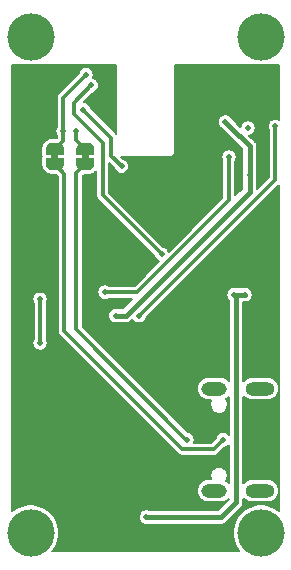
<source format=gbr>
G04 #@! TF.GenerationSoftware,KiCad,Pcbnew,(5.1.5-0-10_14)*
G04 #@! TF.CreationDate,2020-09-25T15:56:19+02:00*
G04 #@! TF.ProjectId,s1-popout-board,73312d70-6f70-46f7-9574-2d626f617264,2*
G04 #@! TF.SameCoordinates,Original*
G04 #@! TF.FileFunction,Copper,L2,Bot*
G04 #@! TF.FilePolarity,Positive*
%FSLAX46Y46*%
G04 Gerber Fmt 4.6, Leading zero omitted, Abs format (unit mm)*
G04 Created by KiCad (PCBNEW (5.1.5-0-10_14)) date 2020-09-25 15:56:19*
%MOMM*%
%LPD*%
G04 APERTURE LIST*
%ADD10C,0.100000*%
%ADD11O,2.158000X1.158000*%
%ADD12O,2.458000X1.158000*%
%ADD13C,4.000000*%
%ADD14C,0.500000*%
%ADD15C,0.300000*%
%ADD16C,0.450000*%
%ADD17C,0.200000*%
G04 APERTURE END LIST*
D10*
G36*
X99560000Y-53810000D02*
G01*
X99560000Y-54310000D01*
X98960000Y-54310000D01*
X98960000Y-53810000D01*
X99560000Y-53810000D01*
G37*
G36*
X102130000Y-53810000D02*
G01*
X102130000Y-54310000D01*
X101530000Y-54310000D01*
X101530000Y-53810000D01*
X102130000Y-53810000D01*
G37*
G04 #@! TA.AperFunction,SMDPad,CuDef*
G36*
X100010000Y-54210000D02*
G01*
X100010000Y-54710000D01*
X100009398Y-54710000D01*
X100009398Y-54734534D01*
X100004588Y-54783365D01*
X99995016Y-54831490D01*
X99980772Y-54878445D01*
X99961995Y-54923778D01*
X99938864Y-54967051D01*
X99911604Y-55007850D01*
X99880476Y-55045779D01*
X99845779Y-55080476D01*
X99807850Y-55111604D01*
X99767051Y-55138864D01*
X99723778Y-55161995D01*
X99678445Y-55180772D01*
X99631490Y-55195016D01*
X99583365Y-55204588D01*
X99534534Y-55209398D01*
X99510000Y-55209398D01*
X99510000Y-55210000D01*
X99010000Y-55210000D01*
X99010000Y-55209398D01*
X98985466Y-55209398D01*
X98936635Y-55204588D01*
X98888510Y-55195016D01*
X98841555Y-55180772D01*
X98796222Y-55161995D01*
X98752949Y-55138864D01*
X98712150Y-55111604D01*
X98674221Y-55080476D01*
X98639524Y-55045779D01*
X98608396Y-55007850D01*
X98581136Y-54967051D01*
X98558005Y-54923778D01*
X98539228Y-54878445D01*
X98524984Y-54831490D01*
X98515412Y-54783365D01*
X98510602Y-54734534D01*
X98510602Y-54710000D01*
X98510000Y-54710000D01*
X98510000Y-54210000D01*
X100010000Y-54210000D01*
G37*
G04 #@! TD.AperFunction*
G04 #@! TA.AperFunction,SMDPad,CuDef*
G36*
X98510602Y-53410000D02*
G01*
X98510602Y-53385466D01*
X98515412Y-53336635D01*
X98524984Y-53288510D01*
X98539228Y-53241555D01*
X98558005Y-53196222D01*
X98581136Y-53152949D01*
X98608396Y-53112150D01*
X98639524Y-53074221D01*
X98674221Y-53039524D01*
X98712150Y-53008396D01*
X98752949Y-52981136D01*
X98796222Y-52958005D01*
X98841555Y-52939228D01*
X98888510Y-52924984D01*
X98936635Y-52915412D01*
X98985466Y-52910602D01*
X99010000Y-52910602D01*
X99010000Y-52910000D01*
X99510000Y-52910000D01*
X99510000Y-52910602D01*
X99534534Y-52910602D01*
X99583365Y-52915412D01*
X99631490Y-52924984D01*
X99678445Y-52939228D01*
X99723778Y-52958005D01*
X99767051Y-52981136D01*
X99807850Y-53008396D01*
X99845779Y-53039524D01*
X99880476Y-53074221D01*
X99911604Y-53112150D01*
X99938864Y-53152949D01*
X99961995Y-53196222D01*
X99980772Y-53241555D01*
X99995016Y-53288510D01*
X100004588Y-53336635D01*
X100009398Y-53385466D01*
X100009398Y-53410000D01*
X100010000Y-53410000D01*
X100010000Y-53910000D01*
X98510000Y-53910000D01*
X98510000Y-53410000D01*
X98510602Y-53410000D01*
G37*
G04 #@! TD.AperFunction*
G04 #@! TA.AperFunction,SMDPad,CuDef*
G36*
X102580000Y-54210000D02*
G01*
X102580000Y-54710000D01*
X102579398Y-54710000D01*
X102579398Y-54734534D01*
X102574588Y-54783365D01*
X102565016Y-54831490D01*
X102550772Y-54878445D01*
X102531995Y-54923778D01*
X102508864Y-54967051D01*
X102481604Y-55007850D01*
X102450476Y-55045779D01*
X102415779Y-55080476D01*
X102377850Y-55111604D01*
X102337051Y-55138864D01*
X102293778Y-55161995D01*
X102248445Y-55180772D01*
X102201490Y-55195016D01*
X102153365Y-55204588D01*
X102104534Y-55209398D01*
X102080000Y-55209398D01*
X102080000Y-55210000D01*
X101580000Y-55210000D01*
X101580000Y-55209398D01*
X101555466Y-55209398D01*
X101506635Y-55204588D01*
X101458510Y-55195016D01*
X101411555Y-55180772D01*
X101366222Y-55161995D01*
X101322949Y-55138864D01*
X101282150Y-55111604D01*
X101244221Y-55080476D01*
X101209524Y-55045779D01*
X101178396Y-55007850D01*
X101151136Y-54967051D01*
X101128005Y-54923778D01*
X101109228Y-54878445D01*
X101094984Y-54831490D01*
X101085412Y-54783365D01*
X101080602Y-54734534D01*
X101080602Y-54710000D01*
X101080000Y-54710000D01*
X101080000Y-54210000D01*
X102580000Y-54210000D01*
G37*
G04 #@! TD.AperFunction*
G04 #@! TA.AperFunction,SMDPad,CuDef*
G36*
X101080602Y-53410000D02*
G01*
X101080602Y-53385466D01*
X101085412Y-53336635D01*
X101094984Y-53288510D01*
X101109228Y-53241555D01*
X101128005Y-53196222D01*
X101151136Y-53152949D01*
X101178396Y-53112150D01*
X101209524Y-53074221D01*
X101244221Y-53039524D01*
X101282150Y-53008396D01*
X101322949Y-52981136D01*
X101366222Y-52958005D01*
X101411555Y-52939228D01*
X101458510Y-52924984D01*
X101506635Y-52915412D01*
X101555466Y-52910602D01*
X101580000Y-52910602D01*
X101580000Y-52910000D01*
X102080000Y-52910000D01*
X102080000Y-52910602D01*
X102104534Y-52910602D01*
X102153365Y-52915412D01*
X102201490Y-52924984D01*
X102248445Y-52939228D01*
X102293778Y-52958005D01*
X102337051Y-52981136D01*
X102377850Y-53008396D01*
X102415779Y-53039524D01*
X102450476Y-53074221D01*
X102481604Y-53112150D01*
X102508864Y-53152949D01*
X102531995Y-53196222D01*
X102550772Y-53241555D01*
X102565016Y-53288510D01*
X102574588Y-53336635D01*
X102579398Y-53385466D01*
X102579398Y-53410000D01*
X102580000Y-53410000D01*
X102580000Y-53910000D01*
X101080000Y-53910000D01*
X101080000Y-53410000D01*
X101080602Y-53410000D01*
G37*
G04 #@! TD.AperFunction*
D11*
X112770999Y-73730399D03*
D12*
X116596000Y-73729999D03*
D11*
X112770999Y-82370002D03*
D12*
X116596000Y-82370002D03*
D13*
X97200000Y-43950000D03*
X116700000Y-43950000D03*
X116700000Y-85925000D03*
X97200000Y-85925000D03*
D14*
X115600000Y-51650000D03*
X102800000Y-46700000D03*
X112200000Y-46600000D03*
X117400000Y-46900000D03*
X114900000Y-46600000D03*
X117750000Y-49100000D03*
X117150000Y-62400000D03*
X117150000Y-64050000D03*
X113620000Y-61680000D03*
X117200000Y-67600000D03*
X117200000Y-69350000D03*
X112800000Y-69750000D03*
X112400000Y-66400000D03*
X102200000Y-75150000D03*
X108070000Y-71880000D03*
X106060000Y-71880000D03*
X102200000Y-73250000D03*
X97350000Y-76800000D03*
X97350000Y-79200000D03*
X96700000Y-72800000D03*
X96580000Y-65870000D03*
X96950000Y-60700000D03*
X97000000Y-55600000D03*
X97400000Y-51250000D03*
X106950000Y-57250000D03*
X106760000Y-59360000D03*
X109320000Y-60600000D03*
X104950000Y-63250000D03*
X105530000Y-79310000D03*
X100800000Y-79100000D03*
X117150000Y-80900000D03*
X117050000Y-78050000D03*
X117050000Y-75250000D03*
X113550000Y-86750000D03*
X107400000Y-86850000D03*
X101550000Y-86950000D03*
X96200000Y-83100000D03*
X101670000Y-82900000D03*
X104280000Y-82990000D03*
X110500000Y-81600000D03*
X113550000Y-79750000D03*
X113550000Y-76450000D03*
X96250000Y-46700000D03*
X99550000Y-46700000D03*
X110900000Y-50850000D03*
X108050000Y-78300000D03*
X108800000Y-79050000D03*
X104300000Y-75150000D03*
X104950000Y-61550000D03*
X108850000Y-67550000D03*
X112300000Y-72100000D03*
X110160000Y-74390000D03*
X99120000Y-52300000D03*
X115790000Y-59780000D03*
X117260000Y-53290000D03*
X98000000Y-69850000D03*
X98000000Y-66150000D03*
X101900000Y-47150000D03*
X99950000Y-51900000D03*
X101050000Y-51900000D03*
X102350000Y-48050000D03*
X108290000Y-62340000D03*
X107000000Y-84600000D03*
X114414998Y-65770000D03*
X115350000Y-65770000D03*
X115750000Y-55610002D03*
X104400000Y-67550000D03*
X113700000Y-51150000D03*
X114000000Y-54100000D03*
X103500000Y-65550000D03*
X106400000Y-67550000D03*
X117930000Y-51510004D03*
X101650000Y-50100000D03*
X104899992Y-54900000D03*
X113500000Y-78050000D03*
X110450000Y-78050000D03*
D15*
X98000000Y-69850000D02*
X98000000Y-66150000D01*
X99950000Y-49100000D02*
X99950000Y-51900000D01*
X101900000Y-47150000D02*
X99950000Y-49100000D01*
X99950000Y-52720000D02*
X99260000Y-53410000D01*
X99950000Y-51900000D02*
X99950000Y-52720000D01*
X101050000Y-52630000D02*
X101830000Y-53410000D01*
X101050000Y-51900000D02*
X101050000Y-52630000D01*
X100850000Y-49550000D02*
X102350000Y-48050000D01*
X100850000Y-50450000D02*
X100850000Y-49550000D01*
X103300000Y-52900000D02*
X100850000Y-50450000D01*
X103300000Y-57350000D02*
X103300000Y-52900000D01*
X108290000Y-62340000D02*
X103300000Y-57350000D01*
D16*
X114600000Y-83350000D02*
X114600000Y-65955002D01*
X113350000Y-84600000D02*
X114600000Y-83350000D01*
X114600000Y-65955002D02*
X114414998Y-65770000D01*
X107000000Y-84600000D02*
X113350000Y-84600000D01*
X114414998Y-65770000D02*
X115350000Y-65770000D01*
X115750000Y-56034266D02*
X115750000Y-55610002D01*
X115750000Y-57050000D02*
X115750000Y-56034266D01*
X105250000Y-67550000D02*
X115750000Y-57050000D01*
X104400000Y-67550000D02*
X105250000Y-67550000D01*
X115750000Y-55610002D02*
X115750000Y-53200000D01*
X113999999Y-51449999D02*
X113700000Y-51150000D01*
X115750000Y-53200000D02*
X113999999Y-51449999D01*
D15*
X114000000Y-57788004D02*
X106238004Y-65550000D01*
X103924264Y-65550000D02*
X103500000Y-65550000D01*
X114000000Y-54100000D02*
X114000000Y-57788004D01*
X106238004Y-65550000D02*
X103924264Y-65550000D01*
X106400000Y-67550000D02*
X117930000Y-56020000D01*
X117930000Y-56020000D02*
X117930000Y-51510004D01*
X104050000Y-52500000D02*
X104050000Y-54050008D01*
X104050000Y-54050008D02*
X104899992Y-54900000D01*
X101650000Y-50100000D02*
X104050000Y-52500000D01*
X100070000Y-55520000D02*
X99260000Y-54710000D01*
X100070000Y-68870000D02*
X100070000Y-55520000D01*
X110050000Y-78850000D02*
X100070000Y-68870000D01*
X112700000Y-78850000D02*
X110050000Y-78850000D01*
X113500000Y-78050000D02*
X112700000Y-78850000D01*
X110400000Y-78050000D02*
X110450000Y-78050000D01*
X101050000Y-68700000D02*
X110400000Y-78050000D01*
X101050000Y-55490000D02*
X101830000Y-54710000D01*
X101050000Y-68700000D02*
X101050000Y-55490000D01*
D17*
G36*
X96963621Y-46350000D02*
G01*
X97436379Y-46350000D01*
X97687748Y-46300000D01*
X104475000Y-46300000D01*
X104475001Y-52150896D01*
X104458013Y-52130196D01*
X104440790Y-52109210D01*
X104419804Y-52091987D01*
X102284159Y-49956342D01*
X102275021Y-49910402D01*
X102226022Y-49792110D01*
X102154888Y-49685649D01*
X102064351Y-49595112D01*
X101957890Y-49523978D01*
X101839598Y-49474979D01*
X101725528Y-49452289D01*
X102493659Y-48684159D01*
X102539598Y-48675021D01*
X102657890Y-48626022D01*
X102764351Y-48554888D01*
X102854888Y-48464351D01*
X102926022Y-48357890D01*
X102975021Y-48239598D01*
X103000000Y-48114019D01*
X103000000Y-47985981D01*
X102975021Y-47860402D01*
X102926022Y-47742110D01*
X102854888Y-47635649D01*
X102764351Y-47545112D01*
X102657890Y-47473978D01*
X102539598Y-47424979D01*
X102493456Y-47415801D01*
X102525021Y-47339598D01*
X102550000Y-47214019D01*
X102550000Y-47085981D01*
X102525021Y-46960402D01*
X102476022Y-46842110D01*
X102404888Y-46735649D01*
X102314351Y-46645112D01*
X102207890Y-46573978D01*
X102089598Y-46524979D01*
X101964019Y-46500000D01*
X101835981Y-46500000D01*
X101710402Y-46524979D01*
X101592110Y-46573978D01*
X101485649Y-46645112D01*
X101395112Y-46735649D01*
X101323978Y-46842110D01*
X101274979Y-46960402D01*
X101265841Y-47006341D01*
X99580196Y-48691987D01*
X99559210Y-48709210D01*
X99490479Y-48792958D01*
X99439408Y-48888507D01*
X99407958Y-48992182D01*
X99400000Y-49072983D01*
X99400000Y-49072992D01*
X99397340Y-49100000D01*
X99400000Y-49127008D01*
X99400001Y-51553163D01*
X99373978Y-51592110D01*
X99324979Y-51710402D01*
X99300000Y-51835981D01*
X99300000Y-51964019D01*
X99324979Y-52089598D01*
X99373978Y-52207890D01*
X99400000Y-52246835D01*
X99400000Y-52492182D01*
X99384117Y-52508065D01*
X99010000Y-52508065D01*
X98985551Y-52510473D01*
X98960991Y-52510473D01*
X98882578Y-52518196D01*
X98786445Y-52537318D01*
X98711046Y-52560190D01*
X98620490Y-52597699D01*
X98550999Y-52634842D01*
X98469500Y-52689298D01*
X98408592Y-52739284D01*
X98339284Y-52808592D01*
X98289298Y-52869500D01*
X98234842Y-52950999D01*
X98197699Y-53020490D01*
X98160190Y-53111046D01*
X98137318Y-53186445D01*
X98118196Y-53282578D01*
X98110473Y-53360991D01*
X98110473Y-53385551D01*
X98108065Y-53410000D01*
X98108065Y-53910000D01*
X98115788Y-53988414D01*
X98137503Y-54060000D01*
X98115788Y-54131586D01*
X98108065Y-54210000D01*
X98108065Y-54710000D01*
X98110473Y-54734449D01*
X98110473Y-54759009D01*
X98118196Y-54837422D01*
X98137318Y-54933555D01*
X98160190Y-55008954D01*
X98197699Y-55099510D01*
X98234842Y-55169001D01*
X98289298Y-55250500D01*
X98339284Y-55311408D01*
X98408592Y-55380716D01*
X98469500Y-55430702D01*
X98550999Y-55485158D01*
X98620490Y-55522301D01*
X98711046Y-55559810D01*
X98786445Y-55582682D01*
X98882578Y-55601804D01*
X98960991Y-55609527D01*
X98985551Y-55609527D01*
X99010000Y-55611935D01*
X99384117Y-55611935D01*
X99520001Y-55747819D01*
X99520000Y-68842992D01*
X99517340Y-68870000D01*
X99520000Y-68897008D01*
X99520000Y-68897017D01*
X99527958Y-68977818D01*
X99559408Y-69081493D01*
X99610479Y-69177042D01*
X99679210Y-69260790D01*
X99700196Y-69278013D01*
X109641992Y-79219810D01*
X109659210Y-79240790D01*
X109680190Y-79258008D01*
X109680195Y-79258013D01*
X109732097Y-79300607D01*
X109742958Y-79309521D01*
X109838506Y-79360592D01*
X109942181Y-79392042D01*
X110022982Y-79400000D01*
X110022991Y-79400000D01*
X110049999Y-79402660D01*
X110077007Y-79400000D01*
X112672992Y-79400000D01*
X112700000Y-79402660D01*
X112727008Y-79400000D01*
X112727018Y-79400000D01*
X112807819Y-79392042D01*
X112911494Y-79360592D01*
X113007042Y-79309521D01*
X113090790Y-79240790D01*
X113108013Y-79219804D01*
X113643659Y-78684159D01*
X113689598Y-78675021D01*
X113807890Y-78626022D01*
X113914351Y-78554888D01*
X113975000Y-78494239D01*
X113975000Y-81684625D01*
X113966605Y-81674396D01*
X113817533Y-81552055D01*
X113723921Y-81502018D01*
X113796487Y-81393416D01*
X113851139Y-81261475D01*
X113879000Y-81121406D01*
X113879000Y-80978594D01*
X113851139Y-80838525D01*
X113796487Y-80706584D01*
X113717144Y-80587839D01*
X113616161Y-80486856D01*
X113497416Y-80407513D01*
X113365475Y-80352861D01*
X113225406Y-80325000D01*
X113082594Y-80325000D01*
X112942525Y-80352861D01*
X112810584Y-80407513D01*
X112691839Y-80486856D01*
X112590856Y-80587839D01*
X112511513Y-80706584D01*
X112456861Y-80838525D01*
X112429000Y-80978594D01*
X112429000Y-81121406D01*
X112456861Y-81261475D01*
X112510513Y-81391002D01*
X112222913Y-81391002D01*
X112079082Y-81405168D01*
X111894540Y-81461148D01*
X111724465Y-81552055D01*
X111575393Y-81674396D01*
X111453052Y-81823468D01*
X111362145Y-81993543D01*
X111306165Y-82178085D01*
X111287263Y-82370002D01*
X111306165Y-82561919D01*
X111362145Y-82746461D01*
X111453052Y-82916536D01*
X111575393Y-83065608D01*
X111724465Y-83187949D01*
X111894540Y-83278856D01*
X112079082Y-83334836D01*
X112222913Y-83349002D01*
X113319085Y-83349002D01*
X113462916Y-83334836D01*
X113647458Y-83278856D01*
X113817533Y-83187949D01*
X113966605Y-83065608D01*
X113975000Y-83055379D01*
X113975000Y-83091117D01*
X113091118Y-83975000D01*
X107189649Y-83975000D01*
X107189598Y-83974979D01*
X107064019Y-83950000D01*
X106935981Y-83950000D01*
X106810402Y-83974979D01*
X106692110Y-84023978D01*
X106585649Y-84095112D01*
X106495112Y-84185649D01*
X106423978Y-84292110D01*
X106374979Y-84410402D01*
X106350000Y-84535981D01*
X106350000Y-84664019D01*
X106374979Y-84789598D01*
X106423978Y-84907890D01*
X106495112Y-85014351D01*
X106585649Y-85104888D01*
X106692110Y-85176022D01*
X106810402Y-85225021D01*
X106935981Y-85250000D01*
X107064019Y-85250000D01*
X107189598Y-85225021D01*
X107189649Y-85225000D01*
X113319306Y-85225000D01*
X113350000Y-85228023D01*
X113380694Y-85225000D01*
X113380704Y-85225000D01*
X113472521Y-85215957D01*
X113590334Y-85180219D01*
X113698911Y-85122183D01*
X113794080Y-85044080D01*
X113813658Y-85020224D01*
X115020230Y-83813653D01*
X115044080Y-83794080D01*
X115122183Y-83698911D01*
X115180219Y-83590334D01*
X115215957Y-83472521D01*
X115225000Y-83380704D01*
X115225000Y-83380694D01*
X115228023Y-83350000D01*
X115225000Y-83319306D01*
X115225000Y-83034666D01*
X115250394Y-83065608D01*
X115399466Y-83187949D01*
X115569541Y-83278856D01*
X115754083Y-83334836D01*
X115897914Y-83349002D01*
X117294086Y-83349002D01*
X117437917Y-83334836D01*
X117622459Y-83278856D01*
X117792534Y-83187949D01*
X117941606Y-83065608D01*
X118063947Y-82916536D01*
X118154854Y-82746461D01*
X118210834Y-82561919D01*
X118229736Y-82370002D01*
X118210834Y-82178085D01*
X118154854Y-81993543D01*
X118063947Y-81823468D01*
X117941606Y-81674396D01*
X117792534Y-81552055D01*
X117622459Y-81461148D01*
X117437917Y-81405168D01*
X117294086Y-81391002D01*
X115897914Y-81391002D01*
X115754083Y-81405168D01*
X115569541Y-81461148D01*
X115399466Y-81552055D01*
X115250394Y-81674396D01*
X115225000Y-81705338D01*
X115225000Y-74394663D01*
X115250394Y-74425605D01*
X115399466Y-74547946D01*
X115569541Y-74638853D01*
X115754083Y-74694833D01*
X115897914Y-74708999D01*
X117294086Y-74708999D01*
X117437917Y-74694833D01*
X117622459Y-74638853D01*
X117792534Y-74547946D01*
X117941606Y-74425605D01*
X118063947Y-74276533D01*
X118154854Y-74106458D01*
X118210834Y-73921916D01*
X118229736Y-73729999D01*
X118210834Y-73538082D01*
X118154854Y-73353540D01*
X118063947Y-73183465D01*
X117941606Y-73034393D01*
X117792534Y-72912052D01*
X117622459Y-72821145D01*
X117437917Y-72765165D01*
X117294086Y-72750999D01*
X115897914Y-72750999D01*
X115754083Y-72765165D01*
X115569541Y-72821145D01*
X115399466Y-72912052D01*
X115250394Y-73034393D01*
X115225000Y-73065335D01*
X115225000Y-66407870D01*
X115285981Y-66420000D01*
X115414019Y-66420000D01*
X115539598Y-66395021D01*
X115657890Y-66346022D01*
X115764351Y-66274888D01*
X115854888Y-66184351D01*
X115926022Y-66077890D01*
X115975021Y-65959598D01*
X116000000Y-65834019D01*
X116000000Y-65705981D01*
X115975021Y-65580402D01*
X115926022Y-65462110D01*
X115854888Y-65355649D01*
X115764351Y-65265112D01*
X115657890Y-65193978D01*
X115539598Y-65144979D01*
X115414019Y-65120000D01*
X115285981Y-65120000D01*
X115160402Y-65144979D01*
X115160351Y-65145000D01*
X114604647Y-65145000D01*
X114604596Y-65144979D01*
X114479017Y-65120000D01*
X114350979Y-65120000D01*
X114225400Y-65144979D01*
X114107108Y-65193978D01*
X114000647Y-65265112D01*
X113910110Y-65355649D01*
X113838976Y-65462110D01*
X113789977Y-65580402D01*
X113764998Y-65705981D01*
X113764998Y-65834019D01*
X113789977Y-65959598D01*
X113838976Y-66077890D01*
X113910110Y-66184351D01*
X113975001Y-66249242D01*
X113975001Y-73045023D01*
X113966605Y-73034793D01*
X113817533Y-72912452D01*
X113647458Y-72821545D01*
X113462916Y-72765565D01*
X113319085Y-72751399D01*
X112222913Y-72751399D01*
X112079082Y-72765565D01*
X111894540Y-72821545D01*
X111724465Y-72912452D01*
X111575393Y-73034793D01*
X111453052Y-73183865D01*
X111362145Y-73353940D01*
X111306165Y-73538482D01*
X111287263Y-73730399D01*
X111306165Y-73922316D01*
X111362145Y-74106858D01*
X111453052Y-74276933D01*
X111575393Y-74426005D01*
X111724465Y-74548346D01*
X111894540Y-74639253D01*
X112079082Y-74695233D01*
X112222913Y-74709399D01*
X112469365Y-74709399D01*
X112439492Y-74807877D01*
X112429001Y-74914395D01*
X112429001Y-75185608D01*
X112439492Y-75292126D01*
X112480948Y-75428789D01*
X112548270Y-75554738D01*
X112638870Y-75665133D01*
X112749265Y-75755732D01*
X112875214Y-75823054D01*
X113011877Y-75864510D01*
X113154001Y-75878508D01*
X113296126Y-75864510D01*
X113432789Y-75823054D01*
X113558738Y-75755732D01*
X113669133Y-75665133D01*
X113759732Y-75554738D01*
X113827054Y-75428788D01*
X113868510Y-75292125D01*
X113879001Y-75185607D01*
X113879001Y-74914394D01*
X113868510Y-74807876D01*
X113827054Y-74671213D01*
X113773858Y-74571691D01*
X113817533Y-74548346D01*
X113966605Y-74426005D01*
X113975001Y-74415775D01*
X113975000Y-77605761D01*
X113914351Y-77545112D01*
X113807890Y-77473978D01*
X113689598Y-77424979D01*
X113564019Y-77400000D01*
X113435981Y-77400000D01*
X113310402Y-77424979D01*
X113192110Y-77473978D01*
X113085649Y-77545112D01*
X112995112Y-77635649D01*
X112923978Y-77742110D01*
X112874979Y-77860402D01*
X112865841Y-77906341D01*
X112472183Y-78300000D01*
X111050001Y-78300000D01*
X111075021Y-78239598D01*
X111100000Y-78114019D01*
X111100000Y-77985981D01*
X111075021Y-77860402D01*
X111026022Y-77742110D01*
X110954888Y-77635649D01*
X110864351Y-77545112D01*
X110757890Y-77473978D01*
X110639598Y-77424979D01*
X110531243Y-77403426D01*
X101600000Y-68472183D01*
X101600000Y-55717817D01*
X101705882Y-55611935D01*
X102080000Y-55611935D01*
X102104449Y-55609527D01*
X102129009Y-55609527D01*
X102207422Y-55601804D01*
X102303555Y-55582682D01*
X102378954Y-55559810D01*
X102469510Y-55522301D01*
X102539001Y-55485158D01*
X102620500Y-55430702D01*
X102681408Y-55380716D01*
X102750000Y-55312124D01*
X102750000Y-57322992D01*
X102747340Y-57350000D01*
X102750000Y-57377008D01*
X102750000Y-57377017D01*
X102757958Y-57457818D01*
X102789408Y-57561493D01*
X102840479Y-57657042D01*
X102909210Y-57740790D01*
X102930196Y-57758013D01*
X107655841Y-62483658D01*
X107664979Y-62529598D01*
X107713978Y-62647890D01*
X107785112Y-62754351D01*
X107875649Y-62844888D01*
X107982110Y-62916022D01*
X108061344Y-62948842D01*
X106010187Y-65000000D01*
X103846835Y-65000000D01*
X103807890Y-64973978D01*
X103689598Y-64924979D01*
X103564019Y-64900000D01*
X103435981Y-64900000D01*
X103310402Y-64924979D01*
X103192110Y-64973978D01*
X103085649Y-65045112D01*
X102995112Y-65135649D01*
X102923978Y-65242110D01*
X102874979Y-65360402D01*
X102850000Y-65485981D01*
X102850000Y-65614019D01*
X102874979Y-65739598D01*
X102923978Y-65857890D01*
X102995112Y-65964351D01*
X103085649Y-66054888D01*
X103192110Y-66126022D01*
X103310402Y-66175021D01*
X103435981Y-66200000D01*
X103564019Y-66200000D01*
X103689598Y-66175021D01*
X103807890Y-66126022D01*
X103846835Y-66100000D01*
X105816118Y-66100000D01*
X104991118Y-66925000D01*
X104589649Y-66925000D01*
X104589598Y-66924979D01*
X104464019Y-66900000D01*
X104335981Y-66900000D01*
X104210402Y-66924979D01*
X104092110Y-66973978D01*
X103985649Y-67045112D01*
X103895112Y-67135649D01*
X103823978Y-67242110D01*
X103774979Y-67360402D01*
X103750000Y-67485981D01*
X103750000Y-67614019D01*
X103774979Y-67739598D01*
X103823978Y-67857890D01*
X103895112Y-67964351D01*
X103985649Y-68054888D01*
X104092110Y-68126022D01*
X104210402Y-68175021D01*
X104335981Y-68200000D01*
X104464019Y-68200000D01*
X104589598Y-68175021D01*
X104589649Y-68175000D01*
X105219306Y-68175000D01*
X105250000Y-68178023D01*
X105280694Y-68175000D01*
X105280704Y-68175000D01*
X105372521Y-68165957D01*
X105490334Y-68130219D01*
X105598911Y-68072183D01*
X105694080Y-67994080D01*
X105713658Y-67970224D01*
X105824785Y-67859097D01*
X105895112Y-67964351D01*
X105985649Y-68054888D01*
X106092110Y-68126022D01*
X106210402Y-68175021D01*
X106335981Y-68200000D01*
X106464019Y-68200000D01*
X106589598Y-68175021D01*
X106707890Y-68126022D01*
X106814351Y-68054888D01*
X106904888Y-67964351D01*
X106976022Y-67857890D01*
X107025021Y-67739598D01*
X107034159Y-67693658D01*
X118275001Y-56452817D01*
X118275000Y-84105887D01*
X118229911Y-84060798D01*
X117836826Y-83798147D01*
X117400054Y-83617230D01*
X116936379Y-83525000D01*
X116463621Y-83525000D01*
X115999946Y-83617230D01*
X115563174Y-83798147D01*
X115170089Y-84060798D01*
X114835798Y-84395089D01*
X114573147Y-84788174D01*
X114392230Y-85224946D01*
X114300000Y-85688621D01*
X114300000Y-86161379D01*
X114392230Y-86625054D01*
X114573147Y-87061826D01*
X114835798Y-87454911D01*
X114880887Y-87500000D01*
X99019113Y-87500000D01*
X99064202Y-87454911D01*
X99326853Y-87061826D01*
X99507770Y-86625054D01*
X99600000Y-86161379D01*
X99600000Y-85688621D01*
X99507770Y-85224946D01*
X99326853Y-84788174D01*
X99064202Y-84395089D01*
X98729911Y-84060798D01*
X98336826Y-83798147D01*
X97900054Y-83617230D01*
X97436379Y-83525000D01*
X96963621Y-83525000D01*
X96499946Y-83617230D01*
X96063174Y-83798147D01*
X95670089Y-84060798D01*
X95625000Y-84105887D01*
X95625000Y-66085981D01*
X97350000Y-66085981D01*
X97350000Y-66214019D01*
X97374979Y-66339598D01*
X97423978Y-66457890D01*
X97450001Y-66496837D01*
X97450000Y-69503165D01*
X97423978Y-69542110D01*
X97374979Y-69660402D01*
X97350000Y-69785981D01*
X97350000Y-69914019D01*
X97374979Y-70039598D01*
X97423978Y-70157890D01*
X97495112Y-70264351D01*
X97585649Y-70354888D01*
X97692110Y-70426022D01*
X97810402Y-70475021D01*
X97935981Y-70500000D01*
X98064019Y-70500000D01*
X98189598Y-70475021D01*
X98307890Y-70426022D01*
X98414351Y-70354888D01*
X98504888Y-70264351D01*
X98576022Y-70157890D01*
X98625021Y-70039598D01*
X98650000Y-69914019D01*
X98650000Y-69785981D01*
X98625021Y-69660402D01*
X98576022Y-69542110D01*
X98550000Y-69503165D01*
X98550000Y-66496835D01*
X98576022Y-66457890D01*
X98625021Y-66339598D01*
X98650000Y-66214019D01*
X98650000Y-66085981D01*
X98625021Y-65960402D01*
X98576022Y-65842110D01*
X98504888Y-65735649D01*
X98414351Y-65645112D01*
X98307890Y-65573978D01*
X98189598Y-65524979D01*
X98064019Y-65500000D01*
X97935981Y-65500000D01*
X97810402Y-65524979D01*
X97692110Y-65573978D01*
X97585649Y-65645112D01*
X97495112Y-65735649D01*
X97423978Y-65842110D01*
X97374979Y-65960402D01*
X97350000Y-66085981D01*
X95625000Y-66085981D01*
X95625000Y-46300000D01*
X96712252Y-46300000D01*
X96963621Y-46350000D01*
G37*
X96963621Y-46350000D02*
X97436379Y-46350000D01*
X97687748Y-46300000D01*
X104475000Y-46300000D01*
X104475001Y-52150896D01*
X104458013Y-52130196D01*
X104440790Y-52109210D01*
X104419804Y-52091987D01*
X102284159Y-49956342D01*
X102275021Y-49910402D01*
X102226022Y-49792110D01*
X102154888Y-49685649D01*
X102064351Y-49595112D01*
X101957890Y-49523978D01*
X101839598Y-49474979D01*
X101725528Y-49452289D01*
X102493659Y-48684159D01*
X102539598Y-48675021D01*
X102657890Y-48626022D01*
X102764351Y-48554888D01*
X102854888Y-48464351D01*
X102926022Y-48357890D01*
X102975021Y-48239598D01*
X103000000Y-48114019D01*
X103000000Y-47985981D01*
X102975021Y-47860402D01*
X102926022Y-47742110D01*
X102854888Y-47635649D01*
X102764351Y-47545112D01*
X102657890Y-47473978D01*
X102539598Y-47424979D01*
X102493456Y-47415801D01*
X102525021Y-47339598D01*
X102550000Y-47214019D01*
X102550000Y-47085981D01*
X102525021Y-46960402D01*
X102476022Y-46842110D01*
X102404888Y-46735649D01*
X102314351Y-46645112D01*
X102207890Y-46573978D01*
X102089598Y-46524979D01*
X101964019Y-46500000D01*
X101835981Y-46500000D01*
X101710402Y-46524979D01*
X101592110Y-46573978D01*
X101485649Y-46645112D01*
X101395112Y-46735649D01*
X101323978Y-46842110D01*
X101274979Y-46960402D01*
X101265841Y-47006341D01*
X99580196Y-48691987D01*
X99559210Y-48709210D01*
X99490479Y-48792958D01*
X99439408Y-48888507D01*
X99407958Y-48992182D01*
X99400000Y-49072983D01*
X99400000Y-49072992D01*
X99397340Y-49100000D01*
X99400000Y-49127008D01*
X99400001Y-51553163D01*
X99373978Y-51592110D01*
X99324979Y-51710402D01*
X99300000Y-51835981D01*
X99300000Y-51964019D01*
X99324979Y-52089598D01*
X99373978Y-52207890D01*
X99400000Y-52246835D01*
X99400000Y-52492182D01*
X99384117Y-52508065D01*
X99010000Y-52508065D01*
X98985551Y-52510473D01*
X98960991Y-52510473D01*
X98882578Y-52518196D01*
X98786445Y-52537318D01*
X98711046Y-52560190D01*
X98620490Y-52597699D01*
X98550999Y-52634842D01*
X98469500Y-52689298D01*
X98408592Y-52739284D01*
X98339284Y-52808592D01*
X98289298Y-52869500D01*
X98234842Y-52950999D01*
X98197699Y-53020490D01*
X98160190Y-53111046D01*
X98137318Y-53186445D01*
X98118196Y-53282578D01*
X98110473Y-53360991D01*
X98110473Y-53385551D01*
X98108065Y-53410000D01*
X98108065Y-53910000D01*
X98115788Y-53988414D01*
X98137503Y-54060000D01*
X98115788Y-54131586D01*
X98108065Y-54210000D01*
X98108065Y-54710000D01*
X98110473Y-54734449D01*
X98110473Y-54759009D01*
X98118196Y-54837422D01*
X98137318Y-54933555D01*
X98160190Y-55008954D01*
X98197699Y-55099510D01*
X98234842Y-55169001D01*
X98289298Y-55250500D01*
X98339284Y-55311408D01*
X98408592Y-55380716D01*
X98469500Y-55430702D01*
X98550999Y-55485158D01*
X98620490Y-55522301D01*
X98711046Y-55559810D01*
X98786445Y-55582682D01*
X98882578Y-55601804D01*
X98960991Y-55609527D01*
X98985551Y-55609527D01*
X99010000Y-55611935D01*
X99384117Y-55611935D01*
X99520001Y-55747819D01*
X99520000Y-68842992D01*
X99517340Y-68870000D01*
X99520000Y-68897008D01*
X99520000Y-68897017D01*
X99527958Y-68977818D01*
X99559408Y-69081493D01*
X99610479Y-69177042D01*
X99679210Y-69260790D01*
X99700196Y-69278013D01*
X109641992Y-79219810D01*
X109659210Y-79240790D01*
X109680190Y-79258008D01*
X109680195Y-79258013D01*
X109732097Y-79300607D01*
X109742958Y-79309521D01*
X109838506Y-79360592D01*
X109942181Y-79392042D01*
X110022982Y-79400000D01*
X110022991Y-79400000D01*
X110049999Y-79402660D01*
X110077007Y-79400000D01*
X112672992Y-79400000D01*
X112700000Y-79402660D01*
X112727008Y-79400000D01*
X112727018Y-79400000D01*
X112807819Y-79392042D01*
X112911494Y-79360592D01*
X113007042Y-79309521D01*
X113090790Y-79240790D01*
X113108013Y-79219804D01*
X113643659Y-78684159D01*
X113689598Y-78675021D01*
X113807890Y-78626022D01*
X113914351Y-78554888D01*
X113975000Y-78494239D01*
X113975000Y-81684625D01*
X113966605Y-81674396D01*
X113817533Y-81552055D01*
X113723921Y-81502018D01*
X113796487Y-81393416D01*
X113851139Y-81261475D01*
X113879000Y-81121406D01*
X113879000Y-80978594D01*
X113851139Y-80838525D01*
X113796487Y-80706584D01*
X113717144Y-80587839D01*
X113616161Y-80486856D01*
X113497416Y-80407513D01*
X113365475Y-80352861D01*
X113225406Y-80325000D01*
X113082594Y-80325000D01*
X112942525Y-80352861D01*
X112810584Y-80407513D01*
X112691839Y-80486856D01*
X112590856Y-80587839D01*
X112511513Y-80706584D01*
X112456861Y-80838525D01*
X112429000Y-80978594D01*
X112429000Y-81121406D01*
X112456861Y-81261475D01*
X112510513Y-81391002D01*
X112222913Y-81391002D01*
X112079082Y-81405168D01*
X111894540Y-81461148D01*
X111724465Y-81552055D01*
X111575393Y-81674396D01*
X111453052Y-81823468D01*
X111362145Y-81993543D01*
X111306165Y-82178085D01*
X111287263Y-82370002D01*
X111306165Y-82561919D01*
X111362145Y-82746461D01*
X111453052Y-82916536D01*
X111575393Y-83065608D01*
X111724465Y-83187949D01*
X111894540Y-83278856D01*
X112079082Y-83334836D01*
X112222913Y-83349002D01*
X113319085Y-83349002D01*
X113462916Y-83334836D01*
X113647458Y-83278856D01*
X113817533Y-83187949D01*
X113966605Y-83065608D01*
X113975000Y-83055379D01*
X113975000Y-83091117D01*
X113091118Y-83975000D01*
X107189649Y-83975000D01*
X107189598Y-83974979D01*
X107064019Y-83950000D01*
X106935981Y-83950000D01*
X106810402Y-83974979D01*
X106692110Y-84023978D01*
X106585649Y-84095112D01*
X106495112Y-84185649D01*
X106423978Y-84292110D01*
X106374979Y-84410402D01*
X106350000Y-84535981D01*
X106350000Y-84664019D01*
X106374979Y-84789598D01*
X106423978Y-84907890D01*
X106495112Y-85014351D01*
X106585649Y-85104888D01*
X106692110Y-85176022D01*
X106810402Y-85225021D01*
X106935981Y-85250000D01*
X107064019Y-85250000D01*
X107189598Y-85225021D01*
X107189649Y-85225000D01*
X113319306Y-85225000D01*
X113350000Y-85228023D01*
X113380694Y-85225000D01*
X113380704Y-85225000D01*
X113472521Y-85215957D01*
X113590334Y-85180219D01*
X113698911Y-85122183D01*
X113794080Y-85044080D01*
X113813658Y-85020224D01*
X115020230Y-83813653D01*
X115044080Y-83794080D01*
X115122183Y-83698911D01*
X115180219Y-83590334D01*
X115215957Y-83472521D01*
X115225000Y-83380704D01*
X115225000Y-83380694D01*
X115228023Y-83350000D01*
X115225000Y-83319306D01*
X115225000Y-83034666D01*
X115250394Y-83065608D01*
X115399466Y-83187949D01*
X115569541Y-83278856D01*
X115754083Y-83334836D01*
X115897914Y-83349002D01*
X117294086Y-83349002D01*
X117437917Y-83334836D01*
X117622459Y-83278856D01*
X117792534Y-83187949D01*
X117941606Y-83065608D01*
X118063947Y-82916536D01*
X118154854Y-82746461D01*
X118210834Y-82561919D01*
X118229736Y-82370002D01*
X118210834Y-82178085D01*
X118154854Y-81993543D01*
X118063947Y-81823468D01*
X117941606Y-81674396D01*
X117792534Y-81552055D01*
X117622459Y-81461148D01*
X117437917Y-81405168D01*
X117294086Y-81391002D01*
X115897914Y-81391002D01*
X115754083Y-81405168D01*
X115569541Y-81461148D01*
X115399466Y-81552055D01*
X115250394Y-81674396D01*
X115225000Y-81705338D01*
X115225000Y-74394663D01*
X115250394Y-74425605D01*
X115399466Y-74547946D01*
X115569541Y-74638853D01*
X115754083Y-74694833D01*
X115897914Y-74708999D01*
X117294086Y-74708999D01*
X117437917Y-74694833D01*
X117622459Y-74638853D01*
X117792534Y-74547946D01*
X117941606Y-74425605D01*
X118063947Y-74276533D01*
X118154854Y-74106458D01*
X118210834Y-73921916D01*
X118229736Y-73729999D01*
X118210834Y-73538082D01*
X118154854Y-73353540D01*
X118063947Y-73183465D01*
X117941606Y-73034393D01*
X117792534Y-72912052D01*
X117622459Y-72821145D01*
X117437917Y-72765165D01*
X117294086Y-72750999D01*
X115897914Y-72750999D01*
X115754083Y-72765165D01*
X115569541Y-72821145D01*
X115399466Y-72912052D01*
X115250394Y-73034393D01*
X115225000Y-73065335D01*
X115225000Y-66407870D01*
X115285981Y-66420000D01*
X115414019Y-66420000D01*
X115539598Y-66395021D01*
X115657890Y-66346022D01*
X115764351Y-66274888D01*
X115854888Y-66184351D01*
X115926022Y-66077890D01*
X115975021Y-65959598D01*
X116000000Y-65834019D01*
X116000000Y-65705981D01*
X115975021Y-65580402D01*
X115926022Y-65462110D01*
X115854888Y-65355649D01*
X115764351Y-65265112D01*
X115657890Y-65193978D01*
X115539598Y-65144979D01*
X115414019Y-65120000D01*
X115285981Y-65120000D01*
X115160402Y-65144979D01*
X115160351Y-65145000D01*
X114604647Y-65145000D01*
X114604596Y-65144979D01*
X114479017Y-65120000D01*
X114350979Y-65120000D01*
X114225400Y-65144979D01*
X114107108Y-65193978D01*
X114000647Y-65265112D01*
X113910110Y-65355649D01*
X113838976Y-65462110D01*
X113789977Y-65580402D01*
X113764998Y-65705981D01*
X113764998Y-65834019D01*
X113789977Y-65959598D01*
X113838976Y-66077890D01*
X113910110Y-66184351D01*
X113975001Y-66249242D01*
X113975001Y-73045023D01*
X113966605Y-73034793D01*
X113817533Y-72912452D01*
X113647458Y-72821545D01*
X113462916Y-72765565D01*
X113319085Y-72751399D01*
X112222913Y-72751399D01*
X112079082Y-72765565D01*
X111894540Y-72821545D01*
X111724465Y-72912452D01*
X111575393Y-73034793D01*
X111453052Y-73183865D01*
X111362145Y-73353940D01*
X111306165Y-73538482D01*
X111287263Y-73730399D01*
X111306165Y-73922316D01*
X111362145Y-74106858D01*
X111453052Y-74276933D01*
X111575393Y-74426005D01*
X111724465Y-74548346D01*
X111894540Y-74639253D01*
X112079082Y-74695233D01*
X112222913Y-74709399D01*
X112469365Y-74709399D01*
X112439492Y-74807877D01*
X112429001Y-74914395D01*
X112429001Y-75185608D01*
X112439492Y-75292126D01*
X112480948Y-75428789D01*
X112548270Y-75554738D01*
X112638870Y-75665133D01*
X112749265Y-75755732D01*
X112875214Y-75823054D01*
X113011877Y-75864510D01*
X113154001Y-75878508D01*
X113296126Y-75864510D01*
X113432789Y-75823054D01*
X113558738Y-75755732D01*
X113669133Y-75665133D01*
X113759732Y-75554738D01*
X113827054Y-75428788D01*
X113868510Y-75292125D01*
X113879001Y-75185607D01*
X113879001Y-74914394D01*
X113868510Y-74807876D01*
X113827054Y-74671213D01*
X113773858Y-74571691D01*
X113817533Y-74548346D01*
X113966605Y-74426005D01*
X113975001Y-74415775D01*
X113975000Y-77605761D01*
X113914351Y-77545112D01*
X113807890Y-77473978D01*
X113689598Y-77424979D01*
X113564019Y-77400000D01*
X113435981Y-77400000D01*
X113310402Y-77424979D01*
X113192110Y-77473978D01*
X113085649Y-77545112D01*
X112995112Y-77635649D01*
X112923978Y-77742110D01*
X112874979Y-77860402D01*
X112865841Y-77906341D01*
X112472183Y-78300000D01*
X111050001Y-78300000D01*
X111075021Y-78239598D01*
X111100000Y-78114019D01*
X111100000Y-77985981D01*
X111075021Y-77860402D01*
X111026022Y-77742110D01*
X110954888Y-77635649D01*
X110864351Y-77545112D01*
X110757890Y-77473978D01*
X110639598Y-77424979D01*
X110531243Y-77403426D01*
X101600000Y-68472183D01*
X101600000Y-55717817D01*
X101705882Y-55611935D01*
X102080000Y-55611935D01*
X102104449Y-55609527D01*
X102129009Y-55609527D01*
X102207422Y-55601804D01*
X102303555Y-55582682D01*
X102378954Y-55559810D01*
X102469510Y-55522301D01*
X102539001Y-55485158D01*
X102620500Y-55430702D01*
X102681408Y-55380716D01*
X102750000Y-55312124D01*
X102750000Y-57322992D01*
X102747340Y-57350000D01*
X102750000Y-57377008D01*
X102750000Y-57377017D01*
X102757958Y-57457818D01*
X102789408Y-57561493D01*
X102840479Y-57657042D01*
X102909210Y-57740790D01*
X102930196Y-57758013D01*
X107655841Y-62483658D01*
X107664979Y-62529598D01*
X107713978Y-62647890D01*
X107785112Y-62754351D01*
X107875649Y-62844888D01*
X107982110Y-62916022D01*
X108061344Y-62948842D01*
X106010187Y-65000000D01*
X103846835Y-65000000D01*
X103807890Y-64973978D01*
X103689598Y-64924979D01*
X103564019Y-64900000D01*
X103435981Y-64900000D01*
X103310402Y-64924979D01*
X103192110Y-64973978D01*
X103085649Y-65045112D01*
X102995112Y-65135649D01*
X102923978Y-65242110D01*
X102874979Y-65360402D01*
X102850000Y-65485981D01*
X102850000Y-65614019D01*
X102874979Y-65739598D01*
X102923978Y-65857890D01*
X102995112Y-65964351D01*
X103085649Y-66054888D01*
X103192110Y-66126022D01*
X103310402Y-66175021D01*
X103435981Y-66200000D01*
X103564019Y-66200000D01*
X103689598Y-66175021D01*
X103807890Y-66126022D01*
X103846835Y-66100000D01*
X105816118Y-66100000D01*
X104991118Y-66925000D01*
X104589649Y-66925000D01*
X104589598Y-66924979D01*
X104464019Y-66900000D01*
X104335981Y-66900000D01*
X104210402Y-66924979D01*
X104092110Y-66973978D01*
X103985649Y-67045112D01*
X103895112Y-67135649D01*
X103823978Y-67242110D01*
X103774979Y-67360402D01*
X103750000Y-67485981D01*
X103750000Y-67614019D01*
X103774979Y-67739598D01*
X103823978Y-67857890D01*
X103895112Y-67964351D01*
X103985649Y-68054888D01*
X104092110Y-68126022D01*
X104210402Y-68175021D01*
X104335981Y-68200000D01*
X104464019Y-68200000D01*
X104589598Y-68175021D01*
X104589649Y-68175000D01*
X105219306Y-68175000D01*
X105250000Y-68178023D01*
X105280694Y-68175000D01*
X105280704Y-68175000D01*
X105372521Y-68165957D01*
X105490334Y-68130219D01*
X105598911Y-68072183D01*
X105694080Y-67994080D01*
X105713658Y-67970224D01*
X105824785Y-67859097D01*
X105895112Y-67964351D01*
X105985649Y-68054888D01*
X106092110Y-68126022D01*
X106210402Y-68175021D01*
X106335981Y-68200000D01*
X106464019Y-68200000D01*
X106589598Y-68175021D01*
X106707890Y-68126022D01*
X106814351Y-68054888D01*
X106904888Y-67964351D01*
X106976022Y-67857890D01*
X107025021Y-67739598D01*
X107034159Y-67693658D01*
X118275001Y-56452817D01*
X118275000Y-84105887D01*
X118229911Y-84060798D01*
X117836826Y-83798147D01*
X117400054Y-83617230D01*
X116936379Y-83525000D01*
X116463621Y-83525000D01*
X115999946Y-83617230D01*
X115563174Y-83798147D01*
X115170089Y-84060798D01*
X114835798Y-84395089D01*
X114573147Y-84788174D01*
X114392230Y-85224946D01*
X114300000Y-85688621D01*
X114300000Y-86161379D01*
X114392230Y-86625054D01*
X114573147Y-87061826D01*
X114835798Y-87454911D01*
X114880887Y-87500000D01*
X99019113Y-87500000D01*
X99064202Y-87454911D01*
X99326853Y-87061826D01*
X99507770Y-86625054D01*
X99600000Y-86161379D01*
X99600000Y-85688621D01*
X99507770Y-85224946D01*
X99326853Y-84788174D01*
X99064202Y-84395089D01*
X98729911Y-84060798D01*
X98336826Y-83798147D01*
X97900054Y-83617230D01*
X97436379Y-83525000D01*
X96963621Y-83525000D01*
X96499946Y-83617230D01*
X96063174Y-83798147D01*
X95670089Y-84060798D01*
X95625000Y-84105887D01*
X95625000Y-66085981D01*
X97350000Y-66085981D01*
X97350000Y-66214019D01*
X97374979Y-66339598D01*
X97423978Y-66457890D01*
X97450001Y-66496837D01*
X97450000Y-69503165D01*
X97423978Y-69542110D01*
X97374979Y-69660402D01*
X97350000Y-69785981D01*
X97350000Y-69914019D01*
X97374979Y-70039598D01*
X97423978Y-70157890D01*
X97495112Y-70264351D01*
X97585649Y-70354888D01*
X97692110Y-70426022D01*
X97810402Y-70475021D01*
X97935981Y-70500000D01*
X98064019Y-70500000D01*
X98189598Y-70475021D01*
X98307890Y-70426022D01*
X98414351Y-70354888D01*
X98504888Y-70264351D01*
X98576022Y-70157890D01*
X98625021Y-70039598D01*
X98650000Y-69914019D01*
X98650000Y-69785981D01*
X98625021Y-69660402D01*
X98576022Y-69542110D01*
X98550000Y-69503165D01*
X98550000Y-66496835D01*
X98576022Y-66457890D01*
X98625021Y-66339598D01*
X98650000Y-66214019D01*
X98650000Y-66085981D01*
X98625021Y-65960402D01*
X98576022Y-65842110D01*
X98504888Y-65735649D01*
X98414351Y-65645112D01*
X98307890Y-65573978D01*
X98189598Y-65524979D01*
X98064019Y-65500000D01*
X97935981Y-65500000D01*
X97810402Y-65524979D01*
X97692110Y-65573978D01*
X97585649Y-65645112D01*
X97495112Y-65735649D01*
X97423978Y-65842110D01*
X97374979Y-65960402D01*
X97350000Y-66085981D01*
X95625000Y-66085981D01*
X95625000Y-46300000D01*
X96712252Y-46300000D01*
X96963621Y-46350000D01*
G36*
X116463621Y-46350000D02*
G01*
X116936379Y-46350000D01*
X117187748Y-46300000D01*
X118275001Y-46300000D01*
X118275001Y-50958778D01*
X118237890Y-50933982D01*
X118119598Y-50884983D01*
X117994019Y-50860004D01*
X117865981Y-50860004D01*
X117740402Y-50884983D01*
X117622110Y-50933982D01*
X117515649Y-51005116D01*
X117425112Y-51095653D01*
X117353978Y-51202114D01*
X117304979Y-51320406D01*
X117280000Y-51445985D01*
X117280000Y-51574023D01*
X117304979Y-51699602D01*
X117353978Y-51817894D01*
X117380001Y-51856841D01*
X117380000Y-55792182D01*
X116375000Y-56797182D01*
X116375000Y-55799651D01*
X116375021Y-55799600D01*
X116400000Y-55674021D01*
X116400000Y-55545983D01*
X116375021Y-55420404D01*
X116375000Y-55420353D01*
X116375000Y-53230693D01*
X116378023Y-53199999D01*
X116375000Y-53169305D01*
X116375000Y-53169296D01*
X116365957Y-53077479D01*
X116330219Y-52959666D01*
X116330218Y-52959664D01*
X116272182Y-52851087D01*
X116233273Y-52803677D01*
X116194080Y-52755920D01*
X116170229Y-52736346D01*
X115722292Y-52288409D01*
X115789598Y-52275021D01*
X115907890Y-52226022D01*
X116014351Y-52154888D01*
X116104888Y-52064351D01*
X116176022Y-51957890D01*
X116225021Y-51839598D01*
X116250000Y-51714019D01*
X116250000Y-51585981D01*
X116225021Y-51460402D01*
X116176022Y-51342110D01*
X116104888Y-51235649D01*
X116014351Y-51145112D01*
X115907890Y-51073978D01*
X115789598Y-51024979D01*
X115664019Y-51000000D01*
X115535981Y-51000000D01*
X115410402Y-51024979D01*
X115292110Y-51073978D01*
X115185649Y-51145112D01*
X115095112Y-51235649D01*
X115023978Y-51342110D01*
X114974979Y-51460402D01*
X114961591Y-51527709D01*
X114276043Y-50842161D01*
X114276022Y-50842110D01*
X114204888Y-50735649D01*
X114114351Y-50645112D01*
X114007890Y-50573978D01*
X113889598Y-50524979D01*
X113764019Y-50500000D01*
X113635981Y-50500000D01*
X113510402Y-50524979D01*
X113392110Y-50573978D01*
X113285649Y-50645112D01*
X113195112Y-50735649D01*
X113123978Y-50842110D01*
X113074979Y-50960402D01*
X113050000Y-51085981D01*
X113050000Y-51214019D01*
X113074979Y-51339598D01*
X113123978Y-51457890D01*
X113195112Y-51564351D01*
X113285649Y-51654888D01*
X113392110Y-51726022D01*
X113392161Y-51726043D01*
X113536347Y-51870229D01*
X115125001Y-53458884D01*
X115125000Y-55420353D01*
X115124979Y-55420404D01*
X115100000Y-55545983D01*
X115100000Y-55674021D01*
X115124979Y-55799600D01*
X115125000Y-55799651D01*
X115125000Y-56064969D01*
X115125001Y-56064979D01*
X115125000Y-56791116D01*
X114550000Y-57366116D01*
X114550000Y-54446835D01*
X114576022Y-54407890D01*
X114625021Y-54289598D01*
X114650000Y-54164019D01*
X114650000Y-54035981D01*
X114625021Y-53910402D01*
X114576022Y-53792110D01*
X114504888Y-53685649D01*
X114414351Y-53595112D01*
X114307890Y-53523978D01*
X114189598Y-53474979D01*
X114064019Y-53450000D01*
X113935981Y-53450000D01*
X113810402Y-53474979D01*
X113692110Y-53523978D01*
X113585649Y-53595112D01*
X113495112Y-53685649D01*
X113423978Y-53792110D01*
X113374979Y-53910402D01*
X113350000Y-54035981D01*
X113350000Y-54164019D01*
X113374979Y-54289598D01*
X113423978Y-54407890D01*
X113450000Y-54446835D01*
X113450001Y-57560185D01*
X108898842Y-62111344D01*
X108866022Y-62032110D01*
X108794888Y-61925649D01*
X108704351Y-61835112D01*
X108597890Y-61763978D01*
X108479598Y-61714979D01*
X108433658Y-61705841D01*
X103850000Y-57122183D01*
X103850000Y-54627825D01*
X104265833Y-55043659D01*
X104274971Y-55089598D01*
X104323970Y-55207890D01*
X104395104Y-55314351D01*
X104485641Y-55404888D01*
X104592102Y-55476022D01*
X104710394Y-55525021D01*
X104835973Y-55550000D01*
X104964011Y-55550000D01*
X105089590Y-55525021D01*
X105207882Y-55476022D01*
X105314343Y-55404888D01*
X105404880Y-55314351D01*
X105476014Y-55207890D01*
X105525013Y-55089598D01*
X105549992Y-54964019D01*
X105549992Y-54835981D01*
X105525013Y-54710402D01*
X105476014Y-54592110D01*
X105404880Y-54485649D01*
X105314343Y-54395112D01*
X105207882Y-54323978D01*
X105089590Y-54274979D01*
X105043651Y-54265841D01*
X104849934Y-54072125D01*
X104879126Y-54075000D01*
X104900000Y-54077056D01*
X104920874Y-54075000D01*
X108979126Y-54075000D01*
X109000000Y-54077056D01*
X109020874Y-54075000D01*
X109083314Y-54068850D01*
X109163427Y-54044548D01*
X109237260Y-54005084D01*
X109301974Y-53951974D01*
X109355084Y-53887260D01*
X109394548Y-53813427D01*
X109418850Y-53733314D01*
X109427056Y-53650000D01*
X109425000Y-53629126D01*
X109425000Y-46300000D01*
X116212252Y-46300000D01*
X116463621Y-46350000D01*
G37*
X116463621Y-46350000D02*
X116936379Y-46350000D01*
X117187748Y-46300000D01*
X118275001Y-46300000D01*
X118275001Y-50958778D01*
X118237890Y-50933982D01*
X118119598Y-50884983D01*
X117994019Y-50860004D01*
X117865981Y-50860004D01*
X117740402Y-50884983D01*
X117622110Y-50933982D01*
X117515649Y-51005116D01*
X117425112Y-51095653D01*
X117353978Y-51202114D01*
X117304979Y-51320406D01*
X117280000Y-51445985D01*
X117280000Y-51574023D01*
X117304979Y-51699602D01*
X117353978Y-51817894D01*
X117380001Y-51856841D01*
X117380000Y-55792182D01*
X116375000Y-56797182D01*
X116375000Y-55799651D01*
X116375021Y-55799600D01*
X116400000Y-55674021D01*
X116400000Y-55545983D01*
X116375021Y-55420404D01*
X116375000Y-55420353D01*
X116375000Y-53230693D01*
X116378023Y-53199999D01*
X116375000Y-53169305D01*
X116375000Y-53169296D01*
X116365957Y-53077479D01*
X116330219Y-52959666D01*
X116330218Y-52959664D01*
X116272182Y-52851087D01*
X116233273Y-52803677D01*
X116194080Y-52755920D01*
X116170229Y-52736346D01*
X115722292Y-52288409D01*
X115789598Y-52275021D01*
X115907890Y-52226022D01*
X116014351Y-52154888D01*
X116104888Y-52064351D01*
X116176022Y-51957890D01*
X116225021Y-51839598D01*
X116250000Y-51714019D01*
X116250000Y-51585981D01*
X116225021Y-51460402D01*
X116176022Y-51342110D01*
X116104888Y-51235649D01*
X116014351Y-51145112D01*
X115907890Y-51073978D01*
X115789598Y-51024979D01*
X115664019Y-51000000D01*
X115535981Y-51000000D01*
X115410402Y-51024979D01*
X115292110Y-51073978D01*
X115185649Y-51145112D01*
X115095112Y-51235649D01*
X115023978Y-51342110D01*
X114974979Y-51460402D01*
X114961591Y-51527709D01*
X114276043Y-50842161D01*
X114276022Y-50842110D01*
X114204888Y-50735649D01*
X114114351Y-50645112D01*
X114007890Y-50573978D01*
X113889598Y-50524979D01*
X113764019Y-50500000D01*
X113635981Y-50500000D01*
X113510402Y-50524979D01*
X113392110Y-50573978D01*
X113285649Y-50645112D01*
X113195112Y-50735649D01*
X113123978Y-50842110D01*
X113074979Y-50960402D01*
X113050000Y-51085981D01*
X113050000Y-51214019D01*
X113074979Y-51339598D01*
X113123978Y-51457890D01*
X113195112Y-51564351D01*
X113285649Y-51654888D01*
X113392110Y-51726022D01*
X113392161Y-51726043D01*
X113536347Y-51870229D01*
X115125001Y-53458884D01*
X115125000Y-55420353D01*
X115124979Y-55420404D01*
X115100000Y-55545983D01*
X115100000Y-55674021D01*
X115124979Y-55799600D01*
X115125000Y-55799651D01*
X115125000Y-56064969D01*
X115125001Y-56064979D01*
X115125000Y-56791116D01*
X114550000Y-57366116D01*
X114550000Y-54446835D01*
X114576022Y-54407890D01*
X114625021Y-54289598D01*
X114650000Y-54164019D01*
X114650000Y-54035981D01*
X114625021Y-53910402D01*
X114576022Y-53792110D01*
X114504888Y-53685649D01*
X114414351Y-53595112D01*
X114307890Y-53523978D01*
X114189598Y-53474979D01*
X114064019Y-53450000D01*
X113935981Y-53450000D01*
X113810402Y-53474979D01*
X113692110Y-53523978D01*
X113585649Y-53595112D01*
X113495112Y-53685649D01*
X113423978Y-53792110D01*
X113374979Y-53910402D01*
X113350000Y-54035981D01*
X113350000Y-54164019D01*
X113374979Y-54289598D01*
X113423978Y-54407890D01*
X113450000Y-54446835D01*
X113450001Y-57560185D01*
X108898842Y-62111344D01*
X108866022Y-62032110D01*
X108794888Y-61925649D01*
X108704351Y-61835112D01*
X108597890Y-61763978D01*
X108479598Y-61714979D01*
X108433658Y-61705841D01*
X103850000Y-57122183D01*
X103850000Y-54627825D01*
X104265833Y-55043659D01*
X104274971Y-55089598D01*
X104323970Y-55207890D01*
X104395104Y-55314351D01*
X104485641Y-55404888D01*
X104592102Y-55476022D01*
X104710394Y-55525021D01*
X104835973Y-55550000D01*
X104964011Y-55550000D01*
X105089590Y-55525021D01*
X105207882Y-55476022D01*
X105314343Y-55404888D01*
X105404880Y-55314351D01*
X105476014Y-55207890D01*
X105525013Y-55089598D01*
X105549992Y-54964019D01*
X105549992Y-54835981D01*
X105525013Y-54710402D01*
X105476014Y-54592110D01*
X105404880Y-54485649D01*
X105314343Y-54395112D01*
X105207882Y-54323978D01*
X105089590Y-54274979D01*
X105043651Y-54265841D01*
X104849934Y-54072125D01*
X104879126Y-54075000D01*
X104900000Y-54077056D01*
X104920874Y-54075000D01*
X108979126Y-54075000D01*
X109000000Y-54077056D01*
X109020874Y-54075000D01*
X109083314Y-54068850D01*
X109163427Y-54044548D01*
X109237260Y-54005084D01*
X109301974Y-53951974D01*
X109355084Y-53887260D01*
X109394548Y-53813427D01*
X109418850Y-53733314D01*
X109427056Y-53650000D01*
X109425000Y-53629126D01*
X109425000Y-46300000D01*
X116212252Y-46300000D01*
X116463621Y-46350000D01*
M02*

</source>
